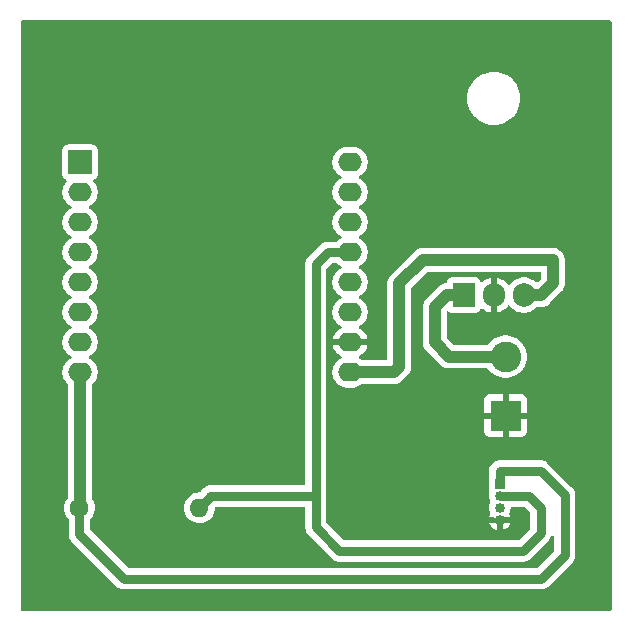
<source format=gbl>
G04 #@! TF.GenerationSoftware,KiCad,Pcbnew,8.0.0*
G04 #@! TF.CreationDate,2024-03-17T21:38:31+08:00*
G04 #@! TF.ProjectId,input-nodes,696e7075-742d-46e6-9f64-65732e6b6963,rev?*
G04 #@! TF.SameCoordinates,Original*
G04 #@! TF.FileFunction,Copper,L2,Bot*
G04 #@! TF.FilePolarity,Positive*
%FSLAX46Y46*%
G04 Gerber Fmt 4.6, Leading zero omitted, Abs format (unit mm)*
G04 Created by KiCad (PCBNEW 8.0.0) date 2024-03-17 21:38:31*
%MOMM*%
%LPD*%
G01*
G04 APERTURE LIST*
G04 #@! TA.AperFunction,ComponentPad*
%ADD10C,1.600000*%
G04 #@! TD*
G04 #@! TA.AperFunction,ComponentPad*
%ADD11O,1.600000X1.600000*%
G04 #@! TD*
G04 #@! TA.AperFunction,ComponentPad*
%ADD12R,1.905000X2.000000*%
G04 #@! TD*
G04 #@! TA.AperFunction,ComponentPad*
%ADD13O,1.905000X2.000000*%
G04 #@! TD*
G04 #@! TA.AperFunction,ComponentPad*
%ADD14R,0.850000X0.850000*%
G04 #@! TD*
G04 #@! TA.AperFunction,ComponentPad*
%ADD15O,0.850000X0.850000*%
G04 #@! TD*
G04 #@! TA.AperFunction,ComponentPad*
%ADD16R,2.600000X2.600000*%
G04 #@! TD*
G04 #@! TA.AperFunction,ComponentPad*
%ADD17C,2.600000*%
G04 #@! TD*
G04 #@! TA.AperFunction,ComponentPad*
%ADD18R,2.000000X2.000000*%
G04 #@! TD*
G04 #@! TA.AperFunction,ComponentPad*
%ADD19O,2.000000X1.600000*%
G04 #@! TD*
G04 #@! TA.AperFunction,Conductor*
%ADD20C,1.000000*%
G04 #@! TD*
G04 #@! TA.AperFunction,Conductor*
%ADD21C,0.800000*%
G04 #@! TD*
G04 #@! TA.AperFunction,Conductor*
%ADD22C,0.250000*%
G04 #@! TD*
G04 APERTURE END LIST*
D10*
X93950000Y-115260000D03*
D11*
X104110000Y-115260000D03*
D12*
X126490000Y-97250000D03*
D13*
X129030000Y-97250000D03*
X131570000Y-97250000D03*
D14*
X129530000Y-113260000D03*
D15*
X129530000Y-114260000D03*
X129530000Y-115260000D03*
X129530000Y-116260000D03*
D16*
X130030000Y-107455000D03*
D17*
X130030000Y-102455000D03*
D18*
X94000000Y-86000000D03*
D19*
X94000000Y-88540000D03*
X94000000Y-91080000D03*
X94000000Y-93620000D03*
X94000000Y-96160000D03*
X94000000Y-98700000D03*
X94000000Y-101240000D03*
X94000000Y-103780000D03*
X116860000Y-103780000D03*
X116860000Y-101240000D03*
X116860000Y-98700000D03*
X116860000Y-96160000D03*
X116860000Y-93620000D03*
X116860000Y-91080000D03*
X116860000Y-88540000D03*
X116860000Y-86000000D03*
D20*
X126490000Y-97250000D02*
X125040000Y-97250000D01*
X125225000Y-102455000D02*
X130030000Y-102455000D01*
X124030000Y-98260000D02*
X124030000Y-101260000D01*
X125040000Y-97250000D02*
X124030000Y-98260000D01*
X124030000Y-101260000D02*
X125225000Y-102455000D01*
X94000000Y-103780000D02*
X94000000Y-115210000D01*
D21*
X129560600Y-112137600D02*
X133004100Y-112137600D01*
X97712800Y-121260000D02*
X93950000Y-117497200D01*
X93950000Y-117497200D02*
X93950000Y-115260000D01*
X135030000Y-119260000D02*
X133030000Y-121260000D01*
X135030000Y-114163500D02*
X135030000Y-119260000D01*
X133030000Y-121260000D02*
X97712800Y-121260000D01*
D22*
X94000000Y-115210000D02*
X93950000Y-115260000D01*
D21*
X129530000Y-113260000D02*
X129530000Y-112168200D01*
X133004100Y-112137600D02*
X135030000Y-114163500D01*
X114982000Y-93620000D02*
X113965000Y-94637000D01*
X113965000Y-94637000D02*
X113965000Y-110943800D01*
X133030000Y-115260000D02*
X132030000Y-114260000D01*
X133030000Y-117409100D02*
X133030000Y-115260000D01*
X132030000Y-114260000D02*
X129530000Y-114260000D01*
X115960600Y-118908400D02*
X131530700Y-118908400D01*
X104110000Y-115260000D02*
X105030000Y-114340000D01*
X105030000Y-114260000D02*
X113965000Y-114260000D01*
X113965000Y-110943800D02*
X113965000Y-114260000D01*
X113965000Y-114260000D02*
X113965000Y-116912800D01*
X116860000Y-93620000D02*
X114982000Y-93620000D01*
X131530700Y-118908400D02*
X133030000Y-117409100D01*
X113965000Y-116912800D02*
X115960600Y-118908400D01*
D20*
X121030000Y-103300000D02*
X121030000Y-96260000D01*
X121030000Y-96260000D02*
X123030000Y-94260000D01*
X123030000Y-94260000D02*
X134030000Y-94260000D01*
X116860000Y-103780000D02*
X120550000Y-103780000D01*
X133040000Y-97250000D02*
X131570000Y-97250000D01*
X120550000Y-103780000D02*
X121030000Y-103300000D01*
X134030000Y-96260000D02*
X133040000Y-97250000D01*
D22*
X116860000Y-103780000D02*
X116880000Y-103760000D01*
D20*
X134030000Y-94260000D02*
X134030000Y-96260000D01*
G04 #@! TA.AperFunction,Conductor*
G36*
X138943039Y-74019685D02*
G01*
X138988794Y-74072489D01*
X139000000Y-74124000D01*
X139000000Y-123876000D01*
X138980315Y-123943039D01*
X138927511Y-123988794D01*
X138876000Y-124000000D01*
X89124000Y-124000000D01*
X89056961Y-123980315D01*
X89011206Y-123927511D01*
X89000000Y-123876000D01*
X89000000Y-103882351D01*
X92499500Y-103882351D01*
X92531522Y-104084534D01*
X92594781Y-104279223D01*
X92658691Y-104404653D01*
X92665381Y-104417782D01*
X92687715Y-104461613D01*
X92808028Y-104627213D01*
X92952779Y-104771964D01*
X92956038Y-104774748D01*
X92994227Y-104833258D01*
X92999500Y-104869033D01*
X92999500Y-114319951D01*
X92979815Y-114386990D01*
X92963181Y-114407632D01*
X92949954Y-114420858D01*
X92819432Y-114607265D01*
X92819431Y-114607267D01*
X92723261Y-114813502D01*
X92723258Y-114813511D01*
X92664366Y-115033302D01*
X92664364Y-115033313D01*
X92644532Y-115259998D01*
X92644532Y-115260001D01*
X92664364Y-115486686D01*
X92664366Y-115486697D01*
X92723258Y-115706488D01*
X92723261Y-115706497D01*
X92819431Y-115912732D01*
X92819432Y-115912734D01*
X92949951Y-116099137D01*
X92949952Y-116099138D01*
X92949953Y-116099139D01*
X93013182Y-116162368D01*
X93046666Y-116223689D01*
X93049500Y-116250048D01*
X93049500Y-117585896D01*
X93084103Y-117759859D01*
X93084104Y-117759863D01*
X93084105Y-117759866D01*
X93106239Y-117813300D01*
X93151986Y-117923746D01*
X93151987Y-117923747D01*
X93191669Y-117983135D01*
X93220904Y-118026888D01*
X93250537Y-118071238D01*
X97138759Y-121959460D01*
X97138762Y-121959462D01*
X97138764Y-121959464D01*
X97212507Y-122008737D01*
X97212509Y-122008739D01*
X97286254Y-122058014D01*
X97334252Y-122077895D01*
X97450134Y-122125895D01*
X97624103Y-122160499D01*
X97624107Y-122160500D01*
X97624108Y-122160500D01*
X133118693Y-122160500D01*
X133118694Y-122160499D01*
X133292666Y-122125895D01*
X133374606Y-122091953D01*
X133456547Y-122058013D01*
X133456549Y-122058011D01*
X133456552Y-122058010D01*
X133544955Y-121998939D01*
X133544955Y-121998938D01*
X133544959Y-121998936D01*
X133604036Y-121959464D01*
X135729464Y-119834036D01*
X135769382Y-119774294D01*
X135828013Y-119686547D01*
X135861953Y-119604606D01*
X135895895Y-119522666D01*
X135930500Y-119348692D01*
X135930500Y-119171308D01*
X135930500Y-114074809D01*
X135924082Y-114042546D01*
X135895894Y-113900834D01*
X135867984Y-113833453D01*
X135828013Y-113736953D01*
X135828011Y-113736951D01*
X135828011Y-113736949D01*
X135729465Y-113589466D01*
X135700534Y-113560535D01*
X135604035Y-113464036D01*
X135178099Y-113038100D01*
X133578139Y-111438138D01*
X133578138Y-111438137D01*
X133552602Y-111421075D01*
X133476682Y-111370347D01*
X133476680Y-111370346D01*
X133476680Y-111370345D01*
X133430644Y-111339585D01*
X133430642Y-111339584D01*
X133340642Y-111302306D01*
X133266766Y-111271705D01*
X133266758Y-111271703D01*
X133092796Y-111237100D01*
X133092792Y-111237100D01*
X133092791Y-111237100D01*
X129471909Y-111237100D01*
X129471906Y-111237100D01*
X129297941Y-111271703D01*
X129297932Y-111271706D01*
X129134059Y-111339583D01*
X129134046Y-111339590D01*
X128986565Y-111438135D01*
X128986561Y-111438138D01*
X128955966Y-111468735D01*
X128955965Y-111468736D01*
X128893249Y-111531451D01*
X128830534Y-111594166D01*
X128731990Y-111741646D01*
X128731983Y-111741659D01*
X128664106Y-111905532D01*
X128664103Y-111905541D01*
X128629500Y-112079504D01*
X128629500Y-112655299D01*
X128621682Y-112698632D01*
X128610908Y-112727516D01*
X128604501Y-112787116D01*
X128604500Y-112787135D01*
X128604500Y-113732870D01*
X128604501Y-113732876D01*
X128610908Y-113792483D01*
X128648099Y-113892195D01*
X128653083Y-113961887D01*
X128649848Y-113973845D01*
X128619740Y-114066511D01*
X128619738Y-114066516D01*
X128599402Y-114260000D01*
X128619738Y-114453483D01*
X128679856Y-114638510D01*
X128679857Y-114638511D01*
X128714203Y-114698000D01*
X128730676Y-114765900D01*
X128714203Y-114822000D01*
X128679857Y-114881488D01*
X128679856Y-114881489D01*
X128619738Y-115066516D01*
X128599402Y-115260000D01*
X128619738Y-115453483D01*
X128679856Y-115638510D01*
X128679857Y-115638511D01*
X128714492Y-115698500D01*
X128730965Y-115766400D01*
X128714492Y-115822500D01*
X128680317Y-115881692D01*
X128680316Y-115881693D01*
X128638628Y-116009999D01*
X128638628Y-116010000D01*
X128947441Y-116010000D01*
X129014480Y-116029685D01*
X129020327Y-116033682D01*
X129064702Y-116065923D01*
X129132926Y-116096297D01*
X129242429Y-116145051D01*
X129301788Y-116157668D01*
X129280000Y-116210272D01*
X129280000Y-116309728D01*
X129318060Y-116401614D01*
X129388386Y-116471940D01*
X129480272Y-116510000D01*
X129579728Y-116510000D01*
X129780000Y-116510000D01*
X129780000Y-117152524D01*
X129817412Y-117144573D01*
X129995049Y-117065484D01*
X130152357Y-116951192D01*
X130152360Y-116951190D01*
X130282463Y-116806694D01*
X130379682Y-116638307D01*
X130379683Y-116638306D01*
X130421372Y-116510000D01*
X129780000Y-116510000D01*
X129579728Y-116510000D01*
X129671614Y-116471940D01*
X129741940Y-116401614D01*
X129780000Y-116309728D01*
X129780000Y-116210272D01*
X129758211Y-116157668D01*
X129817571Y-116145051D01*
X129995299Y-116065922D01*
X130039673Y-116033681D01*
X130105480Y-116010202D01*
X130112559Y-116010000D01*
X130421372Y-116010000D01*
X130421371Y-116009999D01*
X130379684Y-115881697D01*
X130345507Y-115822500D01*
X130329034Y-115754600D01*
X130345506Y-115698502D01*
X130380144Y-115638508D01*
X130440262Y-115453482D01*
X130459385Y-115271537D01*
X130485970Y-115206924D01*
X130543267Y-115166939D01*
X130582706Y-115160500D01*
X131605638Y-115160500D01*
X131672677Y-115180185D01*
X131693319Y-115196819D01*
X132093181Y-115596680D01*
X132126666Y-115658003D01*
X132129500Y-115684361D01*
X132129500Y-116984738D01*
X132109815Y-117051777D01*
X132093181Y-117072419D01*
X131194019Y-117971581D01*
X131132696Y-118005066D01*
X131106338Y-118007900D01*
X116384961Y-118007900D01*
X116317922Y-117988215D01*
X116297280Y-117971581D01*
X114901819Y-116576119D01*
X114868334Y-116514796D01*
X114867818Y-116510000D01*
X128638628Y-116510000D01*
X128680316Y-116638306D01*
X128680317Y-116638307D01*
X128777536Y-116806694D01*
X128777535Y-116806694D01*
X128907639Y-116951190D01*
X128907642Y-116951192D01*
X129064950Y-117065484D01*
X129242587Y-117144573D01*
X129279999Y-117152524D01*
X129280000Y-117152524D01*
X129280000Y-116510000D01*
X128638628Y-116510000D01*
X114867818Y-116510000D01*
X114865500Y-116488438D01*
X114865500Y-108802844D01*
X128230000Y-108802844D01*
X128236401Y-108862372D01*
X128236403Y-108862379D01*
X128286645Y-108997086D01*
X128286649Y-108997093D01*
X128372809Y-109112187D01*
X128372812Y-109112190D01*
X128487906Y-109198350D01*
X128487913Y-109198354D01*
X128622620Y-109248596D01*
X128622627Y-109248598D01*
X128682155Y-109254999D01*
X128682172Y-109255000D01*
X129780000Y-109255000D01*
X129780000Y-108055001D01*
X129840402Y-108080021D01*
X129965981Y-108105000D01*
X130094019Y-108105000D01*
X130219598Y-108080021D01*
X130280000Y-108055001D01*
X130280000Y-109255000D01*
X131377828Y-109255000D01*
X131377844Y-109254999D01*
X131437372Y-109248598D01*
X131437379Y-109248596D01*
X131572086Y-109198354D01*
X131572093Y-109198350D01*
X131687187Y-109112190D01*
X131687190Y-109112187D01*
X131773350Y-108997093D01*
X131773354Y-108997086D01*
X131823596Y-108862379D01*
X131823598Y-108862372D01*
X131829999Y-108802844D01*
X131830000Y-108802827D01*
X131830000Y-107705000D01*
X130630001Y-107705000D01*
X130655021Y-107644598D01*
X130680000Y-107519019D01*
X130680000Y-107390981D01*
X130655021Y-107265402D01*
X130630001Y-107205000D01*
X131830000Y-107205000D01*
X131830000Y-106107172D01*
X131829999Y-106107155D01*
X131823598Y-106047627D01*
X131823596Y-106047620D01*
X131773354Y-105912913D01*
X131773350Y-105912906D01*
X131687190Y-105797812D01*
X131687187Y-105797809D01*
X131572093Y-105711649D01*
X131572086Y-105711645D01*
X131437379Y-105661403D01*
X131437372Y-105661401D01*
X131377844Y-105655000D01*
X130280000Y-105655000D01*
X130280000Y-106854998D01*
X130219598Y-106829979D01*
X130094019Y-106805000D01*
X129965981Y-106805000D01*
X129840402Y-106829979D01*
X129780000Y-106854998D01*
X129780000Y-105655000D01*
X128682155Y-105655000D01*
X128622627Y-105661401D01*
X128622620Y-105661403D01*
X128487913Y-105711645D01*
X128487906Y-105711649D01*
X128372812Y-105797809D01*
X128372809Y-105797812D01*
X128286649Y-105912906D01*
X128286645Y-105912913D01*
X128236403Y-106047620D01*
X128236401Y-106047627D01*
X128230000Y-106107155D01*
X128230000Y-107205000D01*
X129429999Y-107205000D01*
X129404979Y-107265402D01*
X129380000Y-107390981D01*
X129380000Y-107519019D01*
X129404979Y-107644598D01*
X129429999Y-107705000D01*
X128230000Y-107705000D01*
X128230000Y-108802844D01*
X114865500Y-108802844D01*
X114865500Y-95061362D01*
X114885185Y-94994323D01*
X114901819Y-94973681D01*
X115318681Y-94556819D01*
X115380004Y-94523334D01*
X115406362Y-94520500D01*
X115669953Y-94520500D01*
X115736992Y-94540185D01*
X115757634Y-94556819D01*
X115812786Y-94611971D01*
X115967749Y-94724556D01*
X115978390Y-94732287D01*
X116069840Y-94778883D01*
X116071080Y-94779515D01*
X116121876Y-94827490D01*
X116138671Y-94895311D01*
X116116134Y-94961446D01*
X116071080Y-95000485D01*
X115978386Y-95047715D01*
X115812786Y-95168028D01*
X115668028Y-95312786D01*
X115547715Y-95478386D01*
X115454781Y-95660776D01*
X115391522Y-95855465D01*
X115359500Y-96057648D01*
X115359500Y-96262351D01*
X115391523Y-96464534D01*
X115391522Y-96464534D01*
X115454781Y-96659223D01*
X115492835Y-96733906D01*
X115525381Y-96797782D01*
X115547715Y-96841613D01*
X115668028Y-97007213D01*
X115812786Y-97151971D01*
X115967749Y-97264556D01*
X115978390Y-97272287D01*
X116069840Y-97318883D01*
X116071080Y-97319515D01*
X116121876Y-97367490D01*
X116138671Y-97435311D01*
X116116134Y-97501446D01*
X116071080Y-97540485D01*
X115978386Y-97587715D01*
X115812786Y-97708028D01*
X115668028Y-97852786D01*
X115547715Y-98018386D01*
X115454781Y-98200776D01*
X115391522Y-98395465D01*
X115359500Y-98597648D01*
X115359500Y-98802351D01*
X115391522Y-99004534D01*
X115454781Y-99199223D01*
X115547715Y-99381613D01*
X115668028Y-99547213D01*
X115812786Y-99691971D01*
X115967749Y-99804556D01*
X115978390Y-99812287D01*
X116050424Y-99848990D01*
X116071629Y-99859795D01*
X116122425Y-99907770D01*
X116139220Y-99975591D01*
X116116682Y-100041726D01*
X116071629Y-100080765D01*
X115978650Y-100128140D01*
X115813105Y-100248417D01*
X115813104Y-100248417D01*
X115668417Y-100393104D01*
X115668417Y-100393105D01*
X115548140Y-100558650D01*
X115455244Y-100740970D01*
X115392009Y-100935586D01*
X115383391Y-100990000D01*
X116426988Y-100990000D01*
X116394075Y-101047007D01*
X116360000Y-101174174D01*
X116360000Y-101305826D01*
X116394075Y-101432993D01*
X116426988Y-101490000D01*
X115383391Y-101490000D01*
X115392009Y-101544413D01*
X115455244Y-101739029D01*
X115548140Y-101921349D01*
X115668417Y-102086894D01*
X115668417Y-102086895D01*
X115813104Y-102231582D01*
X115978652Y-102351861D01*
X116071628Y-102399234D01*
X116122425Y-102447208D01*
X116139220Y-102515029D01*
X116116683Y-102581164D01*
X116071630Y-102620203D01*
X115978388Y-102667713D01*
X115812786Y-102788028D01*
X115668028Y-102932786D01*
X115547715Y-103098386D01*
X115454781Y-103280776D01*
X115391522Y-103475465D01*
X115359500Y-103677648D01*
X115359500Y-103882351D01*
X115391522Y-104084534D01*
X115454781Y-104279223D01*
X115518691Y-104404653D01*
X115525381Y-104417782D01*
X115547715Y-104461613D01*
X115668028Y-104627213D01*
X115812786Y-104771971D01*
X115946383Y-104869033D01*
X115978390Y-104892287D01*
X116094607Y-104951503D01*
X116160776Y-104985218D01*
X116160778Y-104985218D01*
X116160781Y-104985220D01*
X116265137Y-105019127D01*
X116355465Y-105048477D01*
X116456557Y-105064488D01*
X116557648Y-105080500D01*
X116557649Y-105080500D01*
X117162351Y-105080500D01*
X117162352Y-105080500D01*
X117364534Y-105048477D01*
X117559219Y-104985220D01*
X117741610Y-104892287D01*
X117862877Y-104804181D01*
X117928683Y-104780702D01*
X117935762Y-104780500D01*
X120648542Y-104780500D01*
X120677457Y-104774748D01*
X120745188Y-104761275D01*
X120841836Y-104742051D01*
X120895165Y-104719961D01*
X121023914Y-104666632D01*
X121187782Y-104557139D01*
X121327139Y-104417782D01*
X121327140Y-104417779D01*
X121807140Y-103937781D01*
X121916632Y-103773914D01*
X121992052Y-103591835D01*
X122030501Y-103398540D01*
X122030501Y-103201459D01*
X122030501Y-103196349D01*
X122030500Y-103196323D01*
X122030500Y-96725782D01*
X122050185Y-96658743D01*
X122066819Y-96638101D01*
X123408101Y-95296819D01*
X123469424Y-95263334D01*
X123495782Y-95260500D01*
X132905500Y-95260500D01*
X132972539Y-95280185D01*
X133018294Y-95332989D01*
X133029500Y-95384500D01*
X133029500Y-95794216D01*
X133009815Y-95861255D01*
X132993181Y-95881897D01*
X132736396Y-96138682D01*
X132675073Y-96172167D01*
X132605381Y-96167183D01*
X132561034Y-96138682D01*
X132516568Y-96094216D01*
X132516566Y-96094214D01*
X132331538Y-95959783D01*
X132127755Y-95855950D01*
X131910248Y-95785278D01*
X131724812Y-95755908D01*
X131684354Y-95749500D01*
X131455646Y-95749500D01*
X131415188Y-95755908D01*
X131229753Y-95785278D01*
X131229750Y-95785278D01*
X131012244Y-95855950D01*
X130808461Y-95959783D01*
X130742550Y-96007671D01*
X130623434Y-96094214D01*
X130623432Y-96094216D01*
X130623431Y-96094216D01*
X130461716Y-96255931D01*
X130461709Y-96255940D01*
X130400007Y-96340864D01*
X130344677Y-96383530D01*
X130275063Y-96389508D01*
X130213269Y-96356901D01*
X130199372Y-96340863D01*
X130137907Y-96256263D01*
X130137902Y-96256257D01*
X129976242Y-96094597D01*
X129791276Y-95960211D01*
X129587568Y-95856417D01*
X129370124Y-95785765D01*
X129280000Y-95771490D01*
X129280000Y-96759252D01*
X129242292Y-96737482D01*
X129102409Y-96700000D01*
X128957591Y-96700000D01*
X128817708Y-96737482D01*
X128780000Y-96759252D01*
X128780000Y-95771490D01*
X128779999Y-95771490D01*
X128689875Y-95785765D01*
X128472431Y-95856417D01*
X128268719Y-95960213D01*
X128085939Y-96093010D01*
X128020132Y-96116490D01*
X127952079Y-96100664D01*
X127903384Y-96050558D01*
X127896875Y-96036033D01*
X127886296Y-96007669D01*
X127886295Y-96007667D01*
X127886293Y-96007664D01*
X127800047Y-95892455D01*
X127800044Y-95892452D01*
X127684835Y-95806206D01*
X127684828Y-95806202D01*
X127549982Y-95755908D01*
X127549983Y-95755908D01*
X127490383Y-95749501D01*
X127490381Y-95749500D01*
X127490373Y-95749500D01*
X127490364Y-95749500D01*
X125489629Y-95749500D01*
X125489623Y-95749501D01*
X125430016Y-95755908D01*
X125295171Y-95806202D01*
X125295164Y-95806206D01*
X125179955Y-95892452D01*
X125179952Y-95892455D01*
X125093706Y-96007664D01*
X125093702Y-96007671D01*
X125043408Y-96142517D01*
X125041626Y-96150062D01*
X125039849Y-96149642D01*
X125016876Y-96205089D01*
X124959480Y-96244932D01*
X124944520Y-96248891D01*
X124909387Y-96255878D01*
X124748170Y-96287946D01*
X124748164Y-96287948D01*
X124566088Y-96363366D01*
X124566079Y-96363371D01*
X124402219Y-96472859D01*
X124402215Y-96472862D01*
X123602795Y-97272284D01*
X123392220Y-97482859D01*
X123392218Y-97482861D01*
X123334594Y-97540485D01*
X123252859Y-97622219D01*
X123143371Y-97786079D01*
X123143366Y-97786089D01*
X123108892Y-97869315D01*
X123101244Y-97887782D01*
X123090038Y-97914835D01*
X123067950Y-97968159D01*
X123067949Y-97968163D01*
X123067949Y-97968164D01*
X123056218Y-98027139D01*
X123056218Y-98027140D01*
X123029500Y-98161456D01*
X123029500Y-98161459D01*
X123029500Y-101358541D01*
X123029500Y-101358543D01*
X123029499Y-101358543D01*
X123067947Y-101551829D01*
X123067950Y-101551839D01*
X123143364Y-101733907D01*
X123143371Y-101733920D01*
X123252860Y-101897781D01*
X123252863Y-101897785D01*
X123396537Y-102041459D01*
X123396559Y-102041479D01*
X124444735Y-103089655D01*
X124444764Y-103089686D01*
X124587214Y-103232136D01*
X124587218Y-103232139D01*
X124751079Y-103341628D01*
X124751092Y-103341635D01*
X124879833Y-103394961D01*
X124922744Y-103412735D01*
X124933164Y-103417051D01*
X125029812Y-103436275D01*
X125078135Y-103445887D01*
X125126458Y-103455500D01*
X125126459Y-103455500D01*
X125126460Y-103455500D01*
X125323540Y-103455500D01*
X128465230Y-103455500D01*
X128532269Y-103475185D01*
X128562177Y-103502187D01*
X128706442Y-103683089D01*
X128893183Y-103856358D01*
X128904259Y-103866635D01*
X129127226Y-104018651D01*
X129370359Y-104135738D01*
X129628228Y-104215280D01*
X129628229Y-104215280D01*
X129628232Y-104215281D01*
X129895063Y-104255499D01*
X129895068Y-104255499D01*
X129895071Y-104255500D01*
X129895072Y-104255500D01*
X130164928Y-104255500D01*
X130164929Y-104255500D01*
X130164936Y-104255499D01*
X130431767Y-104215281D01*
X130431768Y-104215280D01*
X130431772Y-104215280D01*
X130689641Y-104135738D01*
X130932775Y-104018651D01*
X131155741Y-103866635D01*
X131353561Y-103683085D01*
X131521815Y-103472102D01*
X131656743Y-103238398D01*
X131755334Y-102987195D01*
X131815383Y-102724103D01*
X131826764Y-102572229D01*
X131835549Y-102455004D01*
X131835549Y-102454995D01*
X131815383Y-102185898D01*
X131792786Y-102086894D01*
X131755334Y-101922805D01*
X131656743Y-101671602D01*
X131521815Y-101437898D01*
X131353561Y-101226915D01*
X131353560Y-101226914D01*
X131353557Y-101226910D01*
X131155741Y-101043365D01*
X131077469Y-100990000D01*
X130932775Y-100891349D01*
X130932769Y-100891346D01*
X130932768Y-100891345D01*
X130932767Y-100891344D01*
X130689643Y-100774263D01*
X130689645Y-100774263D01*
X130431773Y-100694720D01*
X130431767Y-100694718D01*
X130164936Y-100654500D01*
X130164929Y-100654500D01*
X129895071Y-100654500D01*
X129895063Y-100654500D01*
X129628232Y-100694718D01*
X129628226Y-100694720D01*
X129370358Y-100774262D01*
X129127230Y-100891346D01*
X128904258Y-101043365D01*
X128706442Y-101226910D01*
X128562177Y-101407813D01*
X128504988Y-101447953D01*
X128465230Y-101454500D01*
X125690782Y-101454500D01*
X125623743Y-101434815D01*
X125603101Y-101418181D01*
X125066819Y-100881899D01*
X125033334Y-100820576D01*
X125030500Y-100794218D01*
X125030500Y-98743386D01*
X125050185Y-98676347D01*
X125102989Y-98630592D01*
X125172147Y-98620648D01*
X125228808Y-98644118D01*
X125295165Y-98693793D01*
X125295168Y-98693795D01*
X125295171Y-98693797D01*
X125430017Y-98744091D01*
X125430016Y-98744091D01*
X125436944Y-98744835D01*
X125489627Y-98750500D01*
X127490372Y-98750499D01*
X127549983Y-98744091D01*
X127684831Y-98693796D01*
X127800046Y-98607546D01*
X127886296Y-98492331D01*
X127896872Y-98463974D01*
X127938740Y-98408041D01*
X128004204Y-98383622D01*
X128072477Y-98398472D01*
X128085940Y-98406988D01*
X128268723Y-98539788D01*
X128472429Y-98643582D01*
X128689871Y-98714234D01*
X128780000Y-98728509D01*
X128780000Y-97740747D01*
X128817708Y-97762518D01*
X128957591Y-97800000D01*
X129102409Y-97800000D01*
X129242292Y-97762518D01*
X129280000Y-97740747D01*
X129280000Y-98728508D01*
X129370128Y-98714234D01*
X129587570Y-98643582D01*
X129791276Y-98539788D01*
X129976242Y-98405402D01*
X130137905Y-98243739D01*
X130199371Y-98159137D01*
X130254701Y-98116470D01*
X130324314Y-98110491D01*
X130386109Y-98143096D01*
X130400007Y-98159134D01*
X130461714Y-98244066D01*
X130623434Y-98405786D01*
X130808462Y-98540217D01*
X130921177Y-98597648D01*
X131012244Y-98644049D01*
X131229751Y-98714721D01*
X131229752Y-98714721D01*
X131229755Y-98714722D01*
X131455646Y-98750500D01*
X131455647Y-98750500D01*
X131684353Y-98750500D01*
X131684354Y-98750500D01*
X131910245Y-98714722D01*
X131910248Y-98714721D01*
X131910249Y-98714721D01*
X132127755Y-98644049D01*
X132127755Y-98644048D01*
X132127758Y-98644048D01*
X132331538Y-98540217D01*
X132516566Y-98405786D01*
X132635533Y-98286819D01*
X132696856Y-98253334D01*
X132723214Y-98250500D01*
X133138543Y-98250500D01*
X133220365Y-98234224D01*
X133261277Y-98226086D01*
X133331836Y-98212051D01*
X133385165Y-98189961D01*
X133513914Y-98136632D01*
X133677782Y-98027139D01*
X133817139Y-97887782D01*
X133817139Y-97887780D01*
X133827347Y-97877573D01*
X133827348Y-97877570D01*
X134807139Y-96897782D01*
X134873957Y-96797782D01*
X134916632Y-96733914D01*
X134992051Y-96551835D01*
X135009417Y-96464534D01*
X135030500Y-96358541D01*
X135030500Y-96161460D01*
X135030500Y-96161459D01*
X135030500Y-94161459D01*
X135030500Y-94161456D01*
X134992052Y-93968170D01*
X134992051Y-93968169D01*
X134992051Y-93968165D01*
X134973979Y-93924534D01*
X134916635Y-93786092D01*
X134916628Y-93786079D01*
X134807139Y-93622218D01*
X134807136Y-93622214D01*
X134667785Y-93482863D01*
X134667781Y-93482860D01*
X134503920Y-93373371D01*
X134503907Y-93373364D01*
X134321839Y-93297950D01*
X134321829Y-93297947D01*
X134128543Y-93259500D01*
X134128541Y-93259500D01*
X122931459Y-93259500D01*
X122931455Y-93259500D01*
X122834812Y-93278724D01*
X122738170Y-93297946D01*
X122738165Y-93297948D01*
X122695875Y-93315466D01*
X122695874Y-93315466D01*
X122556092Y-93373364D01*
X122556079Y-93373371D01*
X122392219Y-93482859D01*
X122322540Y-93552538D01*
X122252861Y-93622218D01*
X122252858Y-93622221D01*
X120392221Y-95482858D01*
X120392218Y-95482861D01*
X120322538Y-95552540D01*
X120252859Y-95622219D01*
X120143371Y-95786079D01*
X120143364Y-95786092D01*
X120067950Y-95968160D01*
X120067947Y-95968170D01*
X120029500Y-96161456D01*
X120029500Y-102655500D01*
X120009815Y-102722539D01*
X119957011Y-102768294D01*
X119905500Y-102779500D01*
X117935762Y-102779500D01*
X117868723Y-102759815D01*
X117862877Y-102755818D01*
X117741611Y-102667713D01*
X117648369Y-102620203D01*
X117597574Y-102572229D01*
X117580779Y-102504407D01*
X117603317Y-102438273D01*
X117648371Y-102399234D01*
X117741347Y-102351861D01*
X117906894Y-102231582D01*
X117906895Y-102231582D01*
X118051582Y-102086895D01*
X118051582Y-102086894D01*
X118171859Y-101921349D01*
X118264755Y-101739029D01*
X118327990Y-101544413D01*
X118336609Y-101490000D01*
X117293012Y-101490000D01*
X117325925Y-101432993D01*
X117360000Y-101305826D01*
X117360000Y-101174174D01*
X117325925Y-101047007D01*
X117293012Y-100990000D01*
X118336609Y-100990000D01*
X118327990Y-100935586D01*
X118264755Y-100740970D01*
X118171859Y-100558650D01*
X118051582Y-100393105D01*
X118051582Y-100393104D01*
X117906895Y-100248417D01*
X117741349Y-100128140D01*
X117648370Y-100080765D01*
X117597574Y-100032790D01*
X117580779Y-99964969D01*
X117603316Y-99898835D01*
X117648370Y-99859795D01*
X117648920Y-99859515D01*
X117741610Y-99812287D01*
X117762770Y-99796913D01*
X117907213Y-99691971D01*
X117907215Y-99691968D01*
X117907219Y-99691966D01*
X118051966Y-99547219D01*
X118051968Y-99547215D01*
X118051971Y-99547213D01*
X118104732Y-99474590D01*
X118172287Y-99381610D01*
X118265220Y-99199219D01*
X118328477Y-99004534D01*
X118360500Y-98802352D01*
X118360500Y-98597648D01*
X118328477Y-98395466D01*
X118265220Y-98200781D01*
X118265218Y-98200778D01*
X118265218Y-98200776D01*
X118192998Y-98059038D01*
X118172287Y-98018390D01*
X118135796Y-97968164D01*
X118051971Y-97852786D01*
X117907213Y-97708028D01*
X117741614Y-97587715D01*
X117735006Y-97584348D01*
X117648917Y-97540483D01*
X117598123Y-97492511D01*
X117581328Y-97424690D01*
X117603865Y-97358555D01*
X117648917Y-97319516D01*
X117741610Y-97272287D01*
X117762770Y-97256913D01*
X117907213Y-97151971D01*
X117907215Y-97151968D01*
X117907219Y-97151966D01*
X118051966Y-97007219D01*
X118051968Y-97007215D01*
X118051971Y-97007213D01*
X118120934Y-96912292D01*
X118172287Y-96841610D01*
X118265220Y-96659219D01*
X118328477Y-96464534D01*
X118360500Y-96262352D01*
X118360500Y-96057648D01*
X118345067Y-95960211D01*
X118328477Y-95855465D01*
X118294047Y-95749501D01*
X118265220Y-95660781D01*
X118265218Y-95660778D01*
X118265218Y-95660776D01*
X118231503Y-95594607D01*
X118172287Y-95478390D01*
X118164556Y-95467749D01*
X118051971Y-95312786D01*
X117907213Y-95168028D01*
X117741614Y-95047715D01*
X117735006Y-95044348D01*
X117648917Y-95000483D01*
X117598123Y-94952511D01*
X117581328Y-94884690D01*
X117603865Y-94818555D01*
X117648917Y-94779516D01*
X117741610Y-94732287D01*
X117762770Y-94716913D01*
X117907213Y-94611971D01*
X117907215Y-94611968D01*
X117907219Y-94611966D01*
X118051966Y-94467219D01*
X118051968Y-94467215D01*
X118051971Y-94467213D01*
X118119451Y-94374333D01*
X118172287Y-94301610D01*
X118265220Y-94119219D01*
X118328477Y-93924534D01*
X118360500Y-93722352D01*
X118360500Y-93517648D01*
X118354990Y-93482859D01*
X118328477Y-93315465D01*
X118265218Y-93120776D01*
X118231503Y-93054607D01*
X118172287Y-92938390D01*
X118130637Y-92881063D01*
X118051971Y-92772786D01*
X117907213Y-92628028D01*
X117741614Y-92507715D01*
X117735006Y-92504348D01*
X117648917Y-92460483D01*
X117598123Y-92412511D01*
X117581328Y-92344690D01*
X117603865Y-92278555D01*
X117648917Y-92239516D01*
X117741610Y-92192287D01*
X117762770Y-92176913D01*
X117907213Y-92071971D01*
X117907215Y-92071968D01*
X117907219Y-92071966D01*
X118051966Y-91927219D01*
X118051968Y-91927215D01*
X118051971Y-91927213D01*
X118104732Y-91854590D01*
X118172287Y-91761610D01*
X118265220Y-91579219D01*
X118328477Y-91384534D01*
X118360500Y-91182352D01*
X118360500Y-90977648D01*
X118328477Y-90775466D01*
X118265220Y-90580781D01*
X118265218Y-90580778D01*
X118265218Y-90580776D01*
X118231503Y-90514607D01*
X118172287Y-90398390D01*
X118164556Y-90387749D01*
X118051971Y-90232786D01*
X117907213Y-90088028D01*
X117741614Y-89967715D01*
X117735006Y-89964348D01*
X117648917Y-89920483D01*
X117598123Y-89872511D01*
X117581328Y-89804690D01*
X117603865Y-89738555D01*
X117648917Y-89699516D01*
X117741610Y-89652287D01*
X117762770Y-89636913D01*
X117907213Y-89531971D01*
X117907215Y-89531968D01*
X117907219Y-89531966D01*
X118051966Y-89387219D01*
X118051968Y-89387215D01*
X118051971Y-89387213D01*
X118104732Y-89314590D01*
X118172287Y-89221610D01*
X118265220Y-89039219D01*
X118328477Y-88844534D01*
X118360500Y-88642352D01*
X118360500Y-88437648D01*
X118328477Y-88235466D01*
X118265220Y-88040781D01*
X118265218Y-88040778D01*
X118265218Y-88040776D01*
X118231503Y-87974607D01*
X118172287Y-87858390D01*
X118164556Y-87847749D01*
X118051971Y-87692786D01*
X117907213Y-87548028D01*
X117741614Y-87427715D01*
X117735006Y-87424348D01*
X117648917Y-87380483D01*
X117598123Y-87332511D01*
X117581328Y-87264690D01*
X117603865Y-87198555D01*
X117648917Y-87159516D01*
X117741610Y-87112287D01*
X117762770Y-87096913D01*
X117907213Y-86991971D01*
X117907215Y-86991968D01*
X117907219Y-86991966D01*
X118051966Y-86847219D01*
X118051968Y-86847215D01*
X118051971Y-86847213D01*
X118104732Y-86774590D01*
X118172287Y-86681610D01*
X118265220Y-86499219D01*
X118328477Y-86304534D01*
X118360500Y-86102352D01*
X118360500Y-85897648D01*
X118328477Y-85695466D01*
X118265220Y-85500781D01*
X118265218Y-85500778D01*
X118265218Y-85500776D01*
X118231503Y-85434607D01*
X118172287Y-85318390D01*
X118164556Y-85307749D01*
X118051971Y-85152786D01*
X117907213Y-85008028D01*
X117741613Y-84887715D01*
X117741612Y-84887714D01*
X117741610Y-84887713D01*
X117684653Y-84858691D01*
X117559223Y-84794781D01*
X117364534Y-84731522D01*
X117189995Y-84703878D01*
X117162352Y-84699500D01*
X116557648Y-84699500D01*
X116533329Y-84703351D01*
X116355465Y-84731522D01*
X116160776Y-84794781D01*
X115978386Y-84887715D01*
X115812786Y-85008028D01*
X115668028Y-85152786D01*
X115547715Y-85318386D01*
X115454781Y-85500776D01*
X115391522Y-85695465D01*
X115359500Y-85897648D01*
X115359500Y-86102351D01*
X115391522Y-86304534D01*
X115454781Y-86499223D01*
X115547715Y-86681613D01*
X115668028Y-86847213D01*
X115812786Y-86991971D01*
X115967749Y-87104556D01*
X115978390Y-87112287D01*
X116069840Y-87158883D01*
X116071080Y-87159515D01*
X116121876Y-87207490D01*
X116138671Y-87275311D01*
X116116134Y-87341446D01*
X116071080Y-87380485D01*
X115978386Y-87427715D01*
X115812786Y-87548028D01*
X115668028Y-87692786D01*
X115547715Y-87858386D01*
X115454781Y-88040776D01*
X115391522Y-88235465D01*
X115359500Y-88437648D01*
X115359500Y-88642351D01*
X115391522Y-88844534D01*
X115454781Y-89039223D01*
X115547715Y-89221613D01*
X115668028Y-89387213D01*
X115812786Y-89531971D01*
X115967749Y-89644556D01*
X115978390Y-89652287D01*
X116069840Y-89698883D01*
X116071080Y-89699515D01*
X116121876Y-89747490D01*
X116138671Y-89815311D01*
X116116134Y-89881446D01*
X116071080Y-89920485D01*
X115978386Y-89967715D01*
X115812786Y-90088028D01*
X115668028Y-90232786D01*
X115547715Y-90398386D01*
X115454781Y-90580776D01*
X115391522Y-90775465D01*
X115359500Y-90977648D01*
X115359500Y-91182351D01*
X115391522Y-91384534D01*
X115454781Y-91579223D01*
X115547715Y-91761613D01*
X115668028Y-91927213D01*
X115812786Y-92071971D01*
X115967749Y-92184556D01*
X115978390Y-92192287D01*
X116069840Y-92238883D01*
X116071080Y-92239515D01*
X116121876Y-92287490D01*
X116138671Y-92355311D01*
X116116134Y-92421446D01*
X116071080Y-92460485D01*
X115978386Y-92507715D01*
X115812786Y-92628028D01*
X115812782Y-92628032D01*
X115757634Y-92683181D01*
X115696311Y-92716666D01*
X115669953Y-92719500D01*
X114893303Y-92719500D01*
X114719341Y-92754103D01*
X114719329Y-92754106D01*
X114637392Y-92788045D01*
X114637393Y-92788046D01*
X114555455Y-92821985D01*
X114467040Y-92881063D01*
X114467039Y-92881064D01*
X114407961Y-92920537D01*
X113265537Y-94062961D01*
X113244857Y-94093913D01*
X113244856Y-94093914D01*
X113166988Y-94210449D01*
X113147383Y-94257782D01*
X113099105Y-94374333D01*
X113099103Y-94374341D01*
X113064500Y-94548303D01*
X113064500Y-113235500D01*
X113044815Y-113302539D01*
X112992011Y-113348294D01*
X112940500Y-113359500D01*
X104941306Y-113359500D01*
X104767341Y-113394103D01*
X104767332Y-113394106D01*
X104603459Y-113461983D01*
X104603446Y-113461990D01*
X104455965Y-113560535D01*
X104455961Y-113560538D01*
X104330538Y-113685961D01*
X104330535Y-113685965D01*
X104259362Y-113792483D01*
X104231987Y-113833453D01*
X104222215Y-113857044D01*
X104219463Y-113863688D01*
X104192583Y-113903915D01*
X104176945Y-113919553D01*
X104115622Y-113953038D01*
X104100072Y-113955400D01*
X103883312Y-113974364D01*
X103883302Y-113974366D01*
X103663511Y-114033258D01*
X103663502Y-114033261D01*
X103457267Y-114129431D01*
X103457265Y-114129432D01*
X103270858Y-114259954D01*
X103109954Y-114420858D01*
X102979432Y-114607265D01*
X102979431Y-114607267D01*
X102883261Y-114813502D01*
X102883258Y-114813511D01*
X102824366Y-115033302D01*
X102824364Y-115033313D01*
X102804532Y-115259998D01*
X102804532Y-115260001D01*
X102824364Y-115486686D01*
X102824366Y-115486697D01*
X102883258Y-115706488D01*
X102883261Y-115706497D01*
X102979431Y-115912732D01*
X102979432Y-115912734D01*
X103109954Y-116099141D01*
X103270858Y-116260045D01*
X103270861Y-116260047D01*
X103457266Y-116390568D01*
X103663504Y-116486739D01*
X103663509Y-116486740D01*
X103663511Y-116486741D01*
X103716415Y-116500916D01*
X103883308Y-116545635D01*
X104045230Y-116559801D01*
X104109998Y-116565468D01*
X104110000Y-116565468D01*
X104110002Y-116565468D01*
X104166673Y-116560509D01*
X104336692Y-116545635D01*
X104556496Y-116486739D01*
X104762734Y-116390568D01*
X104949139Y-116260047D01*
X105110047Y-116099139D01*
X105240568Y-115912734D01*
X105336739Y-115706496D01*
X105395635Y-115486692D01*
X105414270Y-115273692D01*
X105439722Y-115208624D01*
X105496313Y-115167645D01*
X105537798Y-115160500D01*
X112940500Y-115160500D01*
X113007539Y-115180185D01*
X113053294Y-115232989D01*
X113064500Y-115284500D01*
X113064500Y-117001496D01*
X113099103Y-117175458D01*
X113099105Y-117175466D01*
X113133046Y-117257406D01*
X113133046Y-117257407D01*
X113166983Y-117339340D01*
X113166990Y-117339352D01*
X113213199Y-117408508D01*
X113213199Y-117408509D01*
X113265532Y-117486831D01*
X113265538Y-117486839D01*
X115261136Y-119482435D01*
X115386565Y-119607864D01*
X115534053Y-119706413D01*
X115582052Y-119726295D01*
X115697934Y-119774295D01*
X115871904Y-119808899D01*
X115871908Y-119808900D01*
X115871909Y-119808900D01*
X131619393Y-119808900D01*
X131619394Y-119808899D01*
X131793366Y-119774295D01*
X131875306Y-119740353D01*
X131957247Y-119706413D01*
X131957249Y-119706411D01*
X131957252Y-119706410D01*
X132045655Y-119647339D01*
X132045655Y-119647338D01*
X132045659Y-119647336D01*
X132104736Y-119607864D01*
X133729463Y-117983136D01*
X133729464Y-117983135D01*
X133828013Y-117835647D01*
X133828014Y-117835644D01*
X133828016Y-117835641D01*
X133890939Y-117683728D01*
X133934779Y-117629324D01*
X134001073Y-117607259D01*
X134068773Y-117624538D01*
X134116383Y-117675675D01*
X134129500Y-117731180D01*
X134129500Y-118835638D01*
X134109815Y-118902677D01*
X134093181Y-118923319D01*
X132693319Y-120323181D01*
X132631996Y-120356666D01*
X132605638Y-120359500D01*
X98137162Y-120359500D01*
X98070123Y-120339815D01*
X98049481Y-120323181D01*
X94886819Y-117160519D01*
X94853334Y-117099196D01*
X94850500Y-117072838D01*
X94850500Y-116250048D01*
X94870185Y-116183009D01*
X94886814Y-116162371D01*
X94950047Y-116099139D01*
X95080568Y-115912734D01*
X95176739Y-115706496D01*
X95235635Y-115486692D01*
X95255468Y-115260000D01*
X95235635Y-115033308D01*
X95182084Y-114833453D01*
X95176741Y-114813511D01*
X95176738Y-114813502D01*
X95154541Y-114765900D01*
X95080568Y-114607266D01*
X95022924Y-114524941D01*
X95000597Y-114458735D01*
X95000500Y-114453819D01*
X95000500Y-104869033D01*
X95020185Y-104801994D01*
X95043962Y-104774748D01*
X95047212Y-104771971D01*
X95047219Y-104771966D01*
X95191966Y-104627219D01*
X95191968Y-104627215D01*
X95191971Y-104627213D01*
X95244732Y-104554590D01*
X95312287Y-104461610D01*
X95405220Y-104279219D01*
X95468477Y-104084534D01*
X95500500Y-103882352D01*
X95500500Y-103677648D01*
X95468477Y-103475466D01*
X95455742Y-103436273D01*
X95405218Y-103280776D01*
X95362186Y-103196323D01*
X95312287Y-103098390D01*
X95304556Y-103087749D01*
X95191971Y-102932786D01*
X95047213Y-102788028D01*
X94881614Y-102667715D01*
X94875006Y-102664348D01*
X94788917Y-102620483D01*
X94738123Y-102572511D01*
X94721328Y-102504690D01*
X94743865Y-102438555D01*
X94788917Y-102399516D01*
X94881610Y-102352287D01*
X94902770Y-102336913D01*
X95047213Y-102231971D01*
X95047215Y-102231968D01*
X95047219Y-102231966D01*
X95191966Y-102087219D01*
X95191968Y-102087215D01*
X95191971Y-102087213D01*
X95311414Y-101922811D01*
X95312287Y-101921610D01*
X95405220Y-101739219D01*
X95468477Y-101544534D01*
X95500500Y-101342352D01*
X95500500Y-101137648D01*
X95485567Y-101043365D01*
X95468477Y-100935465D01*
X95416099Y-100774263D01*
X95405220Y-100740781D01*
X95405218Y-100740778D01*
X95405218Y-100740776D01*
X95371503Y-100674607D01*
X95312287Y-100558390D01*
X95304556Y-100547749D01*
X95191971Y-100392786D01*
X95047213Y-100248028D01*
X94881614Y-100127715D01*
X94875006Y-100124348D01*
X94788917Y-100080483D01*
X94738123Y-100032511D01*
X94721328Y-99964690D01*
X94743865Y-99898555D01*
X94788917Y-99859516D01*
X94881610Y-99812287D01*
X94902770Y-99796913D01*
X95047213Y-99691971D01*
X95047215Y-99691968D01*
X95047219Y-99691966D01*
X95191966Y-99547219D01*
X95191968Y-99547215D01*
X95191971Y-99547213D01*
X95244732Y-99474590D01*
X95312287Y-99381610D01*
X95405220Y-99199219D01*
X95468477Y-99004534D01*
X95500500Y-98802352D01*
X95500500Y-98597648D01*
X95468477Y-98395466D01*
X95405220Y-98200781D01*
X95405218Y-98200778D01*
X95405218Y-98200776D01*
X95332998Y-98059038D01*
X95312287Y-98018390D01*
X95275796Y-97968164D01*
X95191971Y-97852786D01*
X95047213Y-97708028D01*
X94881614Y-97587715D01*
X94875006Y-97584348D01*
X94788917Y-97540483D01*
X94738123Y-97492511D01*
X94721328Y-97424690D01*
X94743865Y-97358555D01*
X94788917Y-97319516D01*
X94881610Y-97272287D01*
X94902770Y-97256913D01*
X95047213Y-97151971D01*
X95047215Y-97151968D01*
X95047219Y-97151966D01*
X95191966Y-97007219D01*
X95191968Y-97007215D01*
X95191971Y-97007213D01*
X95260934Y-96912292D01*
X95312287Y-96841610D01*
X95405220Y-96659219D01*
X95468477Y-96464534D01*
X95500500Y-96262352D01*
X95500500Y-96057648D01*
X95485067Y-95960211D01*
X95468477Y-95855465D01*
X95434047Y-95749501D01*
X95405220Y-95660781D01*
X95405218Y-95660778D01*
X95405218Y-95660776D01*
X95371503Y-95594607D01*
X95312287Y-95478390D01*
X95304556Y-95467749D01*
X95191971Y-95312786D01*
X95047213Y-95168028D01*
X94881614Y-95047715D01*
X94875006Y-95044348D01*
X94788917Y-95000483D01*
X94738123Y-94952511D01*
X94721328Y-94884690D01*
X94743865Y-94818555D01*
X94788917Y-94779516D01*
X94881610Y-94732287D01*
X94902770Y-94716913D01*
X95047213Y-94611971D01*
X95047215Y-94611968D01*
X95047219Y-94611966D01*
X95191966Y-94467219D01*
X95191968Y-94467215D01*
X95191971Y-94467213D01*
X95259451Y-94374333D01*
X95312287Y-94301610D01*
X95405220Y-94119219D01*
X95468477Y-93924534D01*
X95500500Y-93722352D01*
X95500500Y-93517648D01*
X95494990Y-93482859D01*
X95468477Y-93315465D01*
X95405218Y-93120776D01*
X95371503Y-93054607D01*
X95312287Y-92938390D01*
X95270637Y-92881063D01*
X95191971Y-92772786D01*
X95047213Y-92628028D01*
X94881614Y-92507715D01*
X94875006Y-92504348D01*
X94788917Y-92460483D01*
X94738123Y-92412511D01*
X94721328Y-92344690D01*
X94743865Y-92278555D01*
X94788917Y-92239516D01*
X94881610Y-92192287D01*
X94902770Y-92176913D01*
X95047213Y-92071971D01*
X95047215Y-92071968D01*
X95047219Y-92071966D01*
X95191966Y-91927219D01*
X95191968Y-91927215D01*
X95191971Y-91927213D01*
X95244732Y-91854590D01*
X95312287Y-91761610D01*
X95405220Y-91579219D01*
X95468477Y-91384534D01*
X95500500Y-91182352D01*
X95500500Y-90977648D01*
X95468477Y-90775466D01*
X95405220Y-90580781D01*
X95405218Y-90580778D01*
X95405218Y-90580776D01*
X95371503Y-90514607D01*
X95312287Y-90398390D01*
X95304556Y-90387749D01*
X95191971Y-90232786D01*
X95047213Y-90088028D01*
X94881614Y-89967715D01*
X94875006Y-89964348D01*
X94788917Y-89920483D01*
X94738123Y-89872511D01*
X94721328Y-89804690D01*
X94743865Y-89738555D01*
X94788917Y-89699516D01*
X94881610Y-89652287D01*
X94902770Y-89636913D01*
X95047213Y-89531971D01*
X95047215Y-89531968D01*
X95047219Y-89531966D01*
X95191966Y-89387219D01*
X95191968Y-89387215D01*
X95191971Y-89387213D01*
X95244732Y-89314590D01*
X95312287Y-89221610D01*
X95405220Y-89039219D01*
X95468477Y-88844534D01*
X95500500Y-88642352D01*
X95500500Y-88437648D01*
X95468477Y-88235466D01*
X95405220Y-88040781D01*
X95405218Y-88040778D01*
X95405218Y-88040776D01*
X95371503Y-87974607D01*
X95312287Y-87858390D01*
X95304556Y-87847749D01*
X95191971Y-87692786D01*
X95160736Y-87661551D01*
X95127251Y-87600228D01*
X95132235Y-87530536D01*
X95174107Y-87474603D01*
X95205080Y-87457689D01*
X95242331Y-87443796D01*
X95357546Y-87357546D01*
X95443796Y-87242331D01*
X95494091Y-87107483D01*
X95500500Y-87047873D01*
X95500499Y-84952128D01*
X95494091Y-84892517D01*
X95492299Y-84887713D01*
X95443797Y-84757671D01*
X95443793Y-84757664D01*
X95357547Y-84642455D01*
X95357544Y-84642452D01*
X95242335Y-84556206D01*
X95242328Y-84556202D01*
X95107482Y-84505908D01*
X95107483Y-84505908D01*
X95047883Y-84499501D01*
X95047881Y-84499500D01*
X95047873Y-84499500D01*
X95047864Y-84499500D01*
X92952129Y-84499500D01*
X92952123Y-84499501D01*
X92892516Y-84505908D01*
X92757671Y-84556202D01*
X92757664Y-84556206D01*
X92642455Y-84642452D01*
X92642452Y-84642455D01*
X92556206Y-84757664D01*
X92556202Y-84757671D01*
X92505908Y-84892517D01*
X92499501Y-84952116D01*
X92499501Y-84952123D01*
X92499500Y-84952135D01*
X92499500Y-87047870D01*
X92499501Y-87047876D01*
X92505908Y-87107483D01*
X92556202Y-87242328D01*
X92556206Y-87242335D01*
X92642452Y-87357544D01*
X92642455Y-87357547D01*
X92757664Y-87443793D01*
X92757673Y-87443798D01*
X92794914Y-87457688D01*
X92850848Y-87499559D01*
X92875266Y-87565023D01*
X92860415Y-87633296D01*
X92839265Y-87661550D01*
X92808027Y-87692787D01*
X92687715Y-87858386D01*
X92594781Y-88040776D01*
X92531522Y-88235465D01*
X92499500Y-88437648D01*
X92499500Y-88642351D01*
X92531522Y-88844534D01*
X92594781Y-89039223D01*
X92687715Y-89221613D01*
X92808028Y-89387213D01*
X92952786Y-89531971D01*
X93107749Y-89644556D01*
X93118390Y-89652287D01*
X93209840Y-89698883D01*
X93211080Y-89699515D01*
X93261876Y-89747490D01*
X93278671Y-89815311D01*
X93256134Y-89881446D01*
X93211080Y-89920485D01*
X93118386Y-89967715D01*
X92952786Y-90088028D01*
X92808028Y-90232786D01*
X92687715Y-90398386D01*
X92594781Y-90580776D01*
X92531522Y-90775465D01*
X92499500Y-90977648D01*
X92499500Y-91182351D01*
X92531522Y-91384534D01*
X92594781Y-91579223D01*
X92687715Y-91761613D01*
X92808028Y-91927213D01*
X92952786Y-92071971D01*
X93107749Y-92184556D01*
X93118390Y-92192287D01*
X93209840Y-92238883D01*
X93211080Y-92239515D01*
X93261876Y-92287490D01*
X93278671Y-92355311D01*
X93256134Y-92421446D01*
X93211080Y-92460485D01*
X93118386Y-92507715D01*
X92952786Y-92628028D01*
X92808028Y-92772786D01*
X92687715Y-92938386D01*
X92594781Y-93120776D01*
X92531522Y-93315465D01*
X92499500Y-93517648D01*
X92499500Y-93722351D01*
X92531522Y-93924534D01*
X92594781Y-94119223D01*
X92616302Y-94161459D01*
X92665381Y-94257782D01*
X92687715Y-94301613D01*
X92808028Y-94467213D01*
X92952786Y-94611971D01*
X93107749Y-94724556D01*
X93118390Y-94732287D01*
X93209840Y-94778883D01*
X93211080Y-94779515D01*
X93261876Y-94827490D01*
X93278671Y-94895311D01*
X93256134Y-94961446D01*
X93211080Y-95000485D01*
X93118386Y-95047715D01*
X92952786Y-95168028D01*
X92808028Y-95312786D01*
X92687715Y-95478386D01*
X92594781Y-95660776D01*
X92531522Y-95855465D01*
X92499500Y-96057648D01*
X92499500Y-96262351D01*
X92531523Y-96464534D01*
X92531522Y-96464534D01*
X92594781Y-96659223D01*
X92632835Y-96733906D01*
X92665381Y-96797782D01*
X92687715Y-96841613D01*
X92808028Y-97007213D01*
X92952786Y-97151971D01*
X93107749Y-97264556D01*
X93118390Y-97272287D01*
X93209840Y-97318883D01*
X93211080Y-97319515D01*
X93261876Y-97367490D01*
X93278671Y-97435311D01*
X93256134Y-97501446D01*
X93211080Y-97540485D01*
X93118386Y-97587715D01*
X92952786Y-97708028D01*
X92808028Y-97852786D01*
X92687715Y-98018386D01*
X92594781Y-98200776D01*
X92531522Y-98395465D01*
X92499500Y-98597648D01*
X92499500Y-98802351D01*
X92531522Y-99004534D01*
X92594781Y-99199223D01*
X92687715Y-99381613D01*
X92808028Y-99547213D01*
X92952786Y-99691971D01*
X93107749Y-99804556D01*
X93118390Y-99812287D01*
X93209840Y-99858883D01*
X93211080Y-99859515D01*
X93261876Y-99907490D01*
X93278671Y-99975311D01*
X93256134Y-100041446D01*
X93211080Y-100080485D01*
X93118386Y-100127715D01*
X92952786Y-100248028D01*
X92808028Y-100392786D01*
X92687715Y-100558386D01*
X92594781Y-100740776D01*
X92531522Y-100935465D01*
X92514433Y-101043365D01*
X92499500Y-101137648D01*
X92499500Y-101342352D01*
X92503878Y-101369995D01*
X92531522Y-101544534D01*
X92594781Y-101739223D01*
X92658691Y-101864653D01*
X92675571Y-101897781D01*
X92687715Y-101921613D01*
X92808028Y-102087213D01*
X92952786Y-102231971D01*
X93107749Y-102344556D01*
X93118390Y-102352287D01*
X93209840Y-102398883D01*
X93211080Y-102399515D01*
X93261876Y-102447490D01*
X93278671Y-102515311D01*
X93256134Y-102581446D01*
X93211080Y-102620485D01*
X93118386Y-102667715D01*
X92952786Y-102788028D01*
X92808028Y-102932786D01*
X92687715Y-103098386D01*
X92594781Y-103280776D01*
X92531522Y-103475465D01*
X92499500Y-103677648D01*
X92499500Y-103882351D01*
X89000000Y-103882351D01*
X89000000Y-80590007D01*
X126774671Y-80590007D01*
X126793964Y-80884363D01*
X126793965Y-80884373D01*
X126793966Y-80884380D01*
X126793968Y-80884390D01*
X126851518Y-81173716D01*
X126851521Y-81173730D01*
X126946349Y-81453080D01*
X127076825Y-81717660D01*
X127076829Y-81717667D01*
X127240725Y-81962955D01*
X127435241Y-82184758D01*
X127657043Y-82379273D01*
X127902335Y-82543172D01*
X128166923Y-82673652D01*
X128446278Y-82768481D01*
X128735620Y-82826034D01*
X128763888Y-82827886D01*
X129029993Y-82845329D01*
X129030000Y-82845329D01*
X129030007Y-82845329D01*
X129265675Y-82829881D01*
X129324380Y-82826034D01*
X129613722Y-82768481D01*
X129893077Y-82673652D01*
X130157665Y-82543172D01*
X130402957Y-82379273D01*
X130624758Y-82184758D01*
X130819273Y-81962957D01*
X130983172Y-81717665D01*
X131113652Y-81453077D01*
X131208481Y-81173722D01*
X131266034Y-80884380D01*
X131285329Y-80590000D01*
X131285329Y-80589992D01*
X131266035Y-80295636D01*
X131266034Y-80295620D01*
X131208481Y-80006278D01*
X131113652Y-79726923D01*
X130983172Y-79462336D01*
X130819273Y-79217043D01*
X130776655Y-79168447D01*
X130624758Y-78995241D01*
X130402955Y-78800725D01*
X130157667Y-78636829D01*
X130157660Y-78636825D01*
X129893080Y-78506349D01*
X129613730Y-78411521D01*
X129613724Y-78411519D01*
X129613722Y-78411519D01*
X129324380Y-78353966D01*
X129324373Y-78353965D01*
X129324363Y-78353964D01*
X129030007Y-78334671D01*
X129029993Y-78334671D01*
X128735636Y-78353964D01*
X128735624Y-78353965D01*
X128735620Y-78353966D01*
X128735612Y-78353967D01*
X128735609Y-78353968D01*
X128446283Y-78411518D01*
X128446269Y-78411521D01*
X128166919Y-78506349D01*
X127902334Y-78636828D01*
X127657041Y-78800728D01*
X127435241Y-78995241D01*
X127240728Y-79217041D01*
X127076828Y-79462334D01*
X126946349Y-79726919D01*
X126851521Y-80006269D01*
X126851518Y-80006283D01*
X126793968Y-80295609D01*
X126793964Y-80295636D01*
X126774671Y-80589992D01*
X126774671Y-80590007D01*
X89000000Y-80590007D01*
X89000000Y-74124000D01*
X89019685Y-74056961D01*
X89072489Y-74011206D01*
X89124000Y-74000000D01*
X138876000Y-74000000D01*
X138943039Y-74019685D01*
G37*
G04 #@! TD.AperFunction*
M02*

</source>
